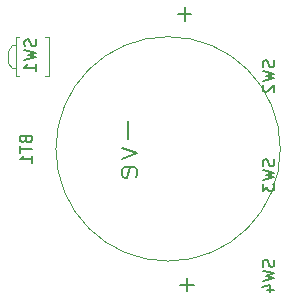
<source format=gbo>
G04 #@! TF.FileFunction,Legend,Bot*
%FSLAX46Y46*%
G04 Gerber Fmt 4.6, Leading zero omitted, Abs format (unit mm)*
G04 Created by KiCad (PCBNEW 4.0.5) date 05/13/17 18:28:42*
%MOMM*%
%LPD*%
G01*
G04 APERTURE LIST*
%ADD10C,0.100000*%
%ADD11C,0.120000*%
%ADD12C,0.150000*%
G04 APERTURE END LIST*
D10*
X123611079Y-69278500D02*
G75*
G03X123611079Y-69278500I-9501579J0D01*
G01*
D11*
X100516000Y-60968000D02*
X100896000Y-60468000D01*
X100896000Y-60468000D02*
X101216000Y-60468000D01*
X100516000Y-60968000D02*
X100516000Y-61968000D01*
X100516000Y-61968000D02*
X100896000Y-62468000D01*
X100896000Y-62468000D02*
X101216000Y-62468000D01*
X104016000Y-59818000D02*
X104016000Y-63118000D01*
X103716000Y-59818000D02*
X104016000Y-59818000D01*
X104016000Y-63118000D02*
X103716000Y-63118000D01*
X101516000Y-59818000D02*
X101216000Y-59818000D01*
X101216000Y-59818000D02*
X101216000Y-63118000D01*
X101216000Y-63118000D02*
X101516000Y-63118000D01*
D12*
X102038071Y-68492786D02*
X102085690Y-68635643D01*
X102133310Y-68683262D01*
X102228548Y-68730881D01*
X102371405Y-68730881D01*
X102466643Y-68683262D01*
X102514262Y-68635643D01*
X102561881Y-68540405D01*
X102561881Y-68159452D01*
X101561881Y-68159452D01*
X101561881Y-68492786D01*
X101609500Y-68588024D01*
X101657119Y-68635643D01*
X101752357Y-68683262D01*
X101847595Y-68683262D01*
X101942833Y-68635643D01*
X101990452Y-68588024D01*
X102038071Y-68492786D01*
X102038071Y-68159452D01*
X101561881Y-69016595D02*
X101561881Y-69588024D01*
X102561881Y-69302309D02*
X101561881Y-69302309D01*
X102561881Y-70445167D02*
X102561881Y-69873738D01*
X102561881Y-70159452D02*
X101561881Y-70159452D01*
X101704738Y-70064214D01*
X101799976Y-69968976D01*
X101847595Y-69873738D01*
X110752357Y-66897547D02*
X110752357Y-68421357D01*
X110180929Y-69183261D02*
X111514262Y-69659452D01*
X110180929Y-70135642D01*
X111419024Y-71659452D02*
X111514262Y-71468976D01*
X111514262Y-71088024D01*
X111419024Y-70897547D01*
X111228548Y-70802309D01*
X110466643Y-70802309D01*
X110276167Y-70897547D01*
X110180929Y-71088024D01*
X110180929Y-71468976D01*
X110276167Y-71659452D01*
X110466643Y-71754690D01*
X110657119Y-71754690D01*
X110847595Y-70802309D01*
X115716643Y-80207072D02*
X115716643Y-81349929D01*
X116288071Y-80778500D02*
X115145214Y-80778500D01*
X115516643Y-57307072D02*
X115516643Y-58449929D01*
X116088071Y-57878500D02*
X114945214Y-57878500D01*
X102893762Y-60007667D02*
X102941381Y-60150524D01*
X102941381Y-60388620D01*
X102893762Y-60483858D01*
X102846143Y-60531477D01*
X102750905Y-60579096D01*
X102655667Y-60579096D01*
X102560429Y-60531477D01*
X102512810Y-60483858D01*
X102465190Y-60388620D01*
X102417571Y-60198143D01*
X102369952Y-60102905D01*
X102322333Y-60055286D01*
X102227095Y-60007667D01*
X102131857Y-60007667D01*
X102036619Y-60055286D01*
X101989000Y-60102905D01*
X101941381Y-60198143D01*
X101941381Y-60436239D01*
X101989000Y-60579096D01*
X101941381Y-60912429D02*
X102941381Y-61150524D01*
X102227095Y-61341001D01*
X102941381Y-61531477D01*
X101941381Y-61769572D01*
X102941381Y-62674334D02*
X102941381Y-62102905D01*
X102941381Y-62388619D02*
X101941381Y-62388619D01*
X102084238Y-62293381D01*
X102179476Y-62198143D01*
X102227095Y-62102905D01*
X123058762Y-78676667D02*
X123106381Y-78819524D01*
X123106381Y-79057620D01*
X123058762Y-79152858D01*
X123011143Y-79200477D01*
X122915905Y-79248096D01*
X122820667Y-79248096D01*
X122725429Y-79200477D01*
X122677810Y-79152858D01*
X122630190Y-79057620D01*
X122582571Y-78867143D01*
X122534952Y-78771905D01*
X122487333Y-78724286D01*
X122392095Y-78676667D01*
X122296857Y-78676667D01*
X122201619Y-78724286D01*
X122154000Y-78771905D01*
X122106381Y-78867143D01*
X122106381Y-79105239D01*
X122154000Y-79248096D01*
X122106381Y-79581429D02*
X123106381Y-79819524D01*
X122392095Y-80010001D01*
X123106381Y-80200477D01*
X122106381Y-80438572D01*
X122439714Y-81248096D02*
X123106381Y-81248096D01*
X122058762Y-81010000D02*
X122773048Y-80771905D01*
X122773048Y-81390953D01*
X123058762Y-70167667D02*
X123106381Y-70310524D01*
X123106381Y-70548620D01*
X123058762Y-70643858D01*
X123011143Y-70691477D01*
X122915905Y-70739096D01*
X122820667Y-70739096D01*
X122725429Y-70691477D01*
X122677810Y-70643858D01*
X122630190Y-70548620D01*
X122582571Y-70358143D01*
X122534952Y-70262905D01*
X122487333Y-70215286D01*
X122392095Y-70167667D01*
X122296857Y-70167667D01*
X122201619Y-70215286D01*
X122154000Y-70262905D01*
X122106381Y-70358143D01*
X122106381Y-70596239D01*
X122154000Y-70739096D01*
X122106381Y-71072429D02*
X123106381Y-71310524D01*
X122392095Y-71501001D01*
X123106381Y-71691477D01*
X122106381Y-71929572D01*
X122106381Y-72215286D02*
X122106381Y-72834334D01*
X122487333Y-72501000D01*
X122487333Y-72643858D01*
X122534952Y-72739096D01*
X122582571Y-72786715D01*
X122677810Y-72834334D01*
X122915905Y-72834334D01*
X123011143Y-72786715D01*
X123058762Y-72739096D01*
X123106381Y-72643858D01*
X123106381Y-72358143D01*
X123058762Y-72262905D01*
X123011143Y-72215286D01*
X123058762Y-61785667D02*
X123106381Y-61928524D01*
X123106381Y-62166620D01*
X123058762Y-62261858D01*
X123011143Y-62309477D01*
X122915905Y-62357096D01*
X122820667Y-62357096D01*
X122725429Y-62309477D01*
X122677810Y-62261858D01*
X122630190Y-62166620D01*
X122582571Y-61976143D01*
X122534952Y-61880905D01*
X122487333Y-61833286D01*
X122392095Y-61785667D01*
X122296857Y-61785667D01*
X122201619Y-61833286D01*
X122154000Y-61880905D01*
X122106381Y-61976143D01*
X122106381Y-62214239D01*
X122154000Y-62357096D01*
X122106381Y-62690429D02*
X123106381Y-62928524D01*
X122392095Y-63119001D01*
X123106381Y-63309477D01*
X122106381Y-63547572D01*
X122201619Y-63880905D02*
X122154000Y-63928524D01*
X122106381Y-64023762D01*
X122106381Y-64261858D01*
X122154000Y-64357096D01*
X122201619Y-64404715D01*
X122296857Y-64452334D01*
X122392095Y-64452334D01*
X122534952Y-64404715D01*
X123106381Y-63833286D01*
X123106381Y-64452334D01*
M02*

</source>
